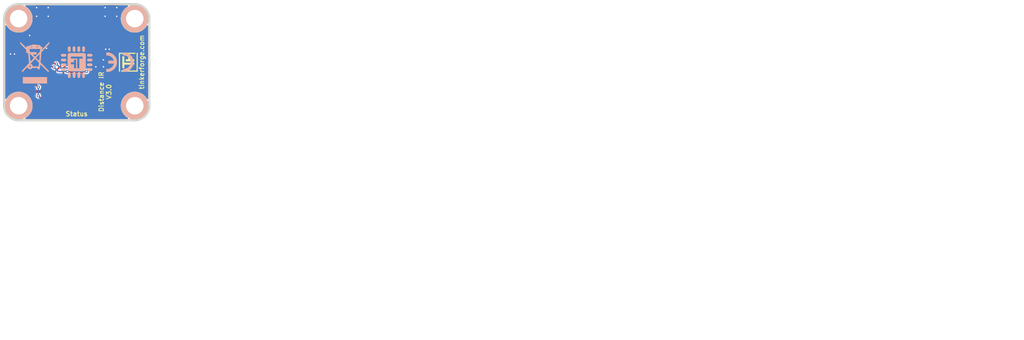
<source format=kicad_pcb>
(kicad_pcb (version 20221018) (generator pcbnew)
  (title_block (title "Distance IR Bricklet") (date "2020-06-22") (rev "3.0") (company "Tinkerforge GmbH") (comment 1 "Licensed under CERN OHL v.1.1") (comment 2 "Copyright (©) 2020, T.Schneidermann <tim@tinkerforge.com>"))
  (layers (0 "F.Cu" signal) (31 "B.Cu" signal) (34 "B.Paste" user) (35 "F.Paste" user) (36 "B.SilkS" user "B.Silkscreen") (37 "F.SilkS" user "F.Silkscreen") (38 "B.Mask" user) (39 "F.Mask" user) (44 "Edge.Cuts" user))
  (net 0 "")
  (net 1 "GND")
  (net 2 "SDA")
  (net 3 "SCL")
  (net 4 "VCC")
  (net 5 "Net-(C102-Pad2)")
  (net 6 "Net-(D101-Pad2)")
  (net 7 "+5V")
  (net 8 "Net-(P101-Pad4)")
  (net 9 "Net-(P101-Pad5)")
  (net 10 "Net-(P101-Pad6)")
  (net 11 "Net-(P102-Pad1)")
  (net 12 "Net-(P103-Pad2)")
  (net 13 "Net-(R101-Pad1)")
  (net 14 "XSHUT")
  (net 15 "Net-(RP1-Pad7)")
  (net 16 "Net-(RP1-Pad6)")
  (net 17 "GPIO")
  (net 18 "S-MISO")
  (net 19 "S-MOSI")
  (net 20 "S-CLK")
  (net 21 "S-CS")
  (net 22 "Net-(RP102-Pad6)")
  (net 23 "Net-(RP102-Pad7)")
  (net 24 "Net-(U1-Pad8)")
  (net 25 "Net-(U101-Pad4)")
  (net 26 "Net-(U101-Pad5)")
  (net 27 "Net-(U101-Pad6)")
  (net 28 "Net-(U101-Pad12)")
  (net 29 "Net-(U101-Pad13)")
  (net 30 "Net-(U101-Pad16)")
  (net 31 "Net-(U101-Pad18)")
  (net 32 "Net-(U101-Pad7)")
  (net 33 "Net-(U101-Pad8)")
  (net 34 "Net-(U101-Pad11)")
  (net 35 "Net-(U101-Pad15)")
  (footprint "kicad-libraries:C0603F" (layer "F.Cu") (at 114.6 109 -90)
    (fp_text reference "C1")
    (fp_text value "100nF")
    (pad "1" smd rect (at -0.75 0 270) (size 0.9 0.9) (layers "F.Cu" "F.Paste" "F.Mask") (net 4 "VCC"))
    (pad "2" smd rect (at 0.75 0 270) (size 0.9 0.9) (layers "F.Cu" "F.Paste" "F.Mask") (net 1 "GND"))
  )
  (footprint "kicad-libraries:C0805E" (layer "F.Cu") (at 116.179399 108.971501 -90)
    (fp_text reference "C2")
    (fp_text value "4,7uF")
    (pad "1" smd rect (at -0.95 0 270) (size 1.3 1.5) (layers "F.Cu" "F.Paste" "F.Mask") (net 4 "VCC") (clearance 0.14986))
    (pad "2" smd rect (at 0.95 0 270) (size 1.3 1.5) (layers "F.Cu" "F.Paste" "F.Mask") (net 1 "GND") (clearance 0.14986))
  )
  (footprint "kicad-libraries:C0402F" (layer "F.Cu") (at 108 107.1 90)
    (fp_text reference "C102")
    (fp_text value "220pF")
    (pad "1" smd rect (at -0.5 0 90) (size 0.6 0.7) (layers "F.Cu" "F.Paste" "F.Mask") (net 1 "GND"))
    (pad "2" smd rect (at 0.5 0 90) (size 0.6 0.7) (layers "F.Cu" "F.Paste" "F.Mask") (net 5 "Net-(C102-Pad2)"))
  )
  (footprint "kicad-libraries:C0603F" (layer "F.Cu") (at 101.5 110.1 90)
    (fp_text reference "C104")
    (fp_text value "100nF")
    (pad "1" smd rect (at -0.75 0 90) (size 0.9 0.9) (layers "F.Cu" "F.Paste" "F.Mask") (net 4 "VCC"))
    (pad "2" smd rect (at 0.75 0 90) (size 0.9 0.9) (layers "F.Cu" "F.Paste" "F.Mask") (net 1 "GND"))
  )
  (footprint "kicad-libraries:D0603F" (layer "F.Cu") (at 112.5 117.5 180)
    (fp_text reference "D101")
    (fp_text value "blue")
    (pad "1" smd rect (at -0.75 0 180) (size 0.9 0.9) (layers "F.Cu" "F.Paste" "F.Mask") (net 4 "VCC"))
    (pad "2" smd rect (at 0.75 0 180) (size 0.9 0.9) (layers "F.Cu" "F.Paste" "F.Mask") (net 6 "Net-(D101-Pad2)"))
  )
  (footprint "kicad-libraries:CON-SENSOR2" (layer "F.Cu") (at 112.5 100 180)
    (fp_text reference "P101")
    (fp_text value "CON-SENSOR2")
    (pad "1" smd rect (at -3.75 -4.6 180) (size 0.6 1.8) (layers "F.Cu" "F.Paste" "F.Mask") (net 7 "+5V"))
    (pad "2" smd rect (at -2.5 -4.6 180) (size 0.6 1.8) (layers "F.Cu" "F.Paste" "F.Mask") (net 1 "GND"))
    (pad "3" smd rect (at -1.25 -4.6 180) (size 0.6 1.8) (layers "F.Cu" "F.Paste" "F.Mask") (net 4 "VCC"))
    (pad "4" smd rect (at 0 -4.6 180) (size 0.6 1.8) (layers "F.Cu" "F.Paste" "F.Mask") (net 8 "Net-(P101-Pad4)"))
    (pad "5" smd rect (at 1.25 -4.6 180) (size 0.6 1.8) (layers "F.Cu" "F.Paste" "F.Mask") (net 9 "Net-(P101-Pad5)"))
    (pad "6" smd rect (at 2.5 -4.6 180) (size 0.6 1.8) (layers "F.Cu" "F.Paste" "F.Mask") (net 10 "Net-(P101-Pad6)"))
    (pad "7" smd rect (at 3.75 -4.6 180) (size 0.6 1.8) (layers "F.Cu" "F.Paste" "F.Mask") (net 5 "Net-(C102-Pad2)"))
    (pad "EP" smd rect (at -5.9 -1.2 180) (size 1.4 2.4) (layers "F.Cu" "F.Paste" "F.Mask") (net 1 "GND"))
    (pad "EP" smd rect (at 5.9 -1.2 180) (size 1.4 2.4) (layers "F.Cu" "F.Paste" "F.Mask") (net 1 "GND"))
  )
  (footprint "kicad-libraries:DEBUG_PAD" (layer "F.Cu") (at 106.1 106.4)
    (fp_text reference "P102")
    (fp_text value "DEBUG")
    (pad "1" smd circle (at 0 0) (size 0.7 0.7) (layers "F.Cu" "F.Paste" "F.Mask") (net 11 "Net-(P102-Pad1)"))
  )
  (footprint "kicad-libraries:SolderJumper" (layer "F.Cu") (at 104.4 106.4 -90)
    (fp_text reference "P103")
    (fp_text value "BOOT")
    (pad "1" smd rect (at -0.5 0 270) (size 0.4 1.4) (layers "F.Cu" "F.Mask") (net 1 "GND"))
    (pad "1" smd rect (at -0.225 -0.55 270) (size 0.95 0.3) (layers "F.Cu" "F.Mask") (net 1 "GND"))
    (pad "1" smd rect (at -0.225 0.55 270) (size 0.95 0.3) (layers "F.Cu" "F.Mask") (net 1 "GND"))
    (pad "2" smd rect (at 0.15 0 270) (size 0.6 0.5) (layers "F.Cu" "F.Mask") (net 12 "Net-(P103-Pad2)"))
    (pad "2" smd rect (at 0.55 0 270) (size 0.3 1.4) (layers "F.Cu" "F.Mask") (net 12 "Net-(P103-Pad2)"))
  )
  (footprint "kicad-libraries:R0603F" (layer "F.Cu") (at 109.5 117.5)
    (fp_text reference "R101")
    (fp_text value "1k")
    (pad "1" smd rect (at -0.75 0) (size 0.9 0.9) (layers "F.Cu" "F.Paste" "F.Mask") (net 13 "Net-(R101-Pad1)"))
    (pad "2" smd rect (at 0.75 0) (size 0.9 0.9) (layers "F.Cu" "F.Paste" "F.Mask") (net 6 "Net-(D101-Pad2)"))
  )
  (footprint "kicad-libraries:0603X4" (layer "F.Cu") (at 112.5 114.2 180)
    (fp_text reference "RP1")
    (fp_text value "10k")
    (pad "1" smd rect (at 1.19888 -0.8509 180) (size 0.44958 0.89916) (layers "F.Cu" "F.Paste" "F.Mask") (net 4 "VCC"))
    (pad "2" smd rect (at 0.39878 -0.8509 180) (size 0.44958 0.89916) (layers "F.Cu" "F.Paste" "F.Mask") (net 4 "VCC"))
    (pad "3" smd rect (at -0.39878 -0.8509 180) (size 0.44958 0.89916) (layers "F.Cu" "F.Paste" "F.Mask") (net 4 "VCC"))
    (pad "4" smd rect (at -1.19888 -0.8509 180) (size 0.44958 0.89916) (layers "F.Cu" "F.Paste" "F.Mask") (net 4 "VCC"))
    (pad "5" smd rect (at -1.19888 0.8509 180) (size 0.44958 0.89916) (layers "F.Cu" "F.Paste" "F.Mask") (net 14 "XSHUT"))
    (pad "6" smd rect (at -0.39878 0.8509 180) (size 0.44958 0.89916) (layers "F.Cu" "F.Paste" "F.Mask") (net 16 "Net-(RP1-Pad6)"))
    (pad "7" smd rect (at 0.39878 0.8509 180) (size 0.44958 0.89916) (layers "F.Cu" "F.Paste" "F.Mask") (net 15 "Net-(RP1-Pad7)"))
    (pad "8" smd rect (at 1.19888 0.8509 180) (size 0.44958 0.89916) (layers "F.Cu" "F.Paste" "F.Mask") (net 17 "GPIO"))
  )
  (footprint "kicad-libraries:4X0402" (layer "F.Cu") (at 109.6 107.1 180)
    (fp_text reference "RP101")
    (fp_text value "82")
    (pad "1" smd rect (at -0.7493 0.575) (size 0.29972 0.65) (layers "F.Cu" "F.Paste" "F.Mask") (net 8 "Net-(P101-Pad4)"))
    (pad "2" smd rect (at -0.24892 0.575) (size 0.29972 0.65) (layers "F.Cu" "F.Paste" "F.Mask") (net 9 "Net-(P101-Pad5)"))
    (pad "3" smd rect (at 0.24892 0.575) (size 0.29972 0.65) (layers "F.Cu" "F.Paste" "F.Mask") (net 10 "Net-(P101-Pad6)"))
    (pad "4" smd rect (at 0.7493 0.575) (size 0.29972 0.65) (layers "F.Cu" "F.Paste" "F.Mask") (net 5 "Net-(C102-Pad2)"))
    (pad "5" smd rect (at 0.7493 -0.575 180) (size 0.29972 0.65) (layers "F.Cu" "F.Paste" "F.Mask") (net 18 "S-MISO"))
    (pad "6" smd rect (at 0.24892 -0.575 180) (size 0.29972 0.65) (layers "F.Cu" "F.Paste" "F.Mask") (net 19 "S-MOSI"))
    (pad "7" smd rect (at -0.24892 -0.575 180) (size 0.29972 0.65) (layers "F.Cu" "F.Paste" "F.Mask") (net 20 "S-CLK"))
    (pad "8" smd rect (at -0.7493 -0.575 180) (size 0.29972 0.65) (layers "F.Cu" "F.Paste" "F.Mask") (net 21 "S-CS"))
  )
  (footprint "kicad-libraries:0603X4" (layer "F.Cu") (at 109 114.2 180)
    (fp_text reference "RP102")
    (fp_text value "3k9")
    (pad "1" smd rect (at 1.19888 -0.8509 180) (size 0.44958 0.89916) (layers "F.Cu" "F.Paste" "F.Mask") (net 4 "VCC"))
    (pad "2" smd rect (at 0.39878 -0.8509 180) (size 0.44958 0.89916) (layers "F.Cu" "F.Paste" "F.Mask") (net 4 "VCC"))
    (pad "3" smd rect (at -0.39878 -0.8509 180) (size 0.44958 0.89916) (layers "F.Cu" "F.Paste" "F.Mask") (net 4 "VCC"))
    (pad "4" smd rect (at -1.19888 -0.8509 180) (size 0.44958 0.89916) (layers "F.Cu" "F.Paste" "F.Mask") (net 4 "VCC"))
    (pad "5" smd rect (at -1.19888 0.8509 180) (size 0.44958 0.89916) (layers "F.Cu" "F.Paste" "F.Mask") (net 2 "SDA"))
    (pad "6" smd rect (at -0.39878 0.8509 180) (size 0.44958 0.89916) (layers "F.Cu" "F.Paste" "F.Mask") (net 22 "Net-(RP102-Pad6)"))
    (pad "7" smd rect (at 0.39878 0.8509 180) (size 0.44958 0.89916) (layers "F.Cu" "F.Paste" "F.Mask") (net 23 "Net-(RP102-Pad7)"))
    (pad "8" smd rect (at 1.19888 0.8509 180) (size 0.44958 0.89916) (layers "F.Cu" "F.Paste" "F.Mask") (net 3 "SCL"))
  )
  (footprint "kicad-libraries:QFN24-4x4mm-0.5mm" (layer "F.Cu") (at 104.9 110 -90)
    (fp_text reference "U101")
    (fp_text value "XMC1XXX")
    (pad "1" smd oval (at -2.025 -1.25 270) (size 1 0.3) (layers "F.Cu" "F.Paste" "F.Mask") (net 18 "S-MISO"))
    (pad "2" smd oval (at -2.025 -0.75 270) (size 1 0.3) (layers "F.Cu" "F.Paste" "F.Mask") (net 11 "Net-(P102-Pad1)"))
    (pad "3" smd oval (at -2.025 -0.25 270) (size 1 0.3) (layers "F.Cu" "F.Paste" "F.Mask") (net 12 "Net-(P103-Pad2)"))
    (pad "4" smd oval (at -2.025 0.25 270) (size 1 0.3) (layers "F.Cu" "F.Paste" "F.Mask") (net 25 "Net-(U101-Pad4)"))
    (pad "5" smd oval (at -2.025 0.75 270) (size 1 0.3) (layers "F.Cu" "F.Paste" "F.Mask") (net 26 "Net-(U101-Pad5)"))
    (pad "6" smd oval (at -2.025 1.25 270) (size 1 0.3) (layers "F.Cu" "F.Paste" "F.Mask") (net 27 "Net-(U101-Pad6)"))
    (pad "7" smd oval (at -1.25 2.025) (size 1 0.3) (layers "F.Cu" "F.Paste" "F.Mask") (net 32 "Net-(U101-Pad7)"))
    (pad "8" smd oval (at -0.75 2.025) (size 1 0.3) (layers "F.Cu" "F.Paste" "F.Mask") (net 33 "Net-(U101-Pad8)"))
    (pad "9" smd oval (at -0.25 2.025) (size 1 0.3) (layers "F.Cu" "F.Paste" "F.Mask") (net 1 "GND"))
    (pad "10" smd oval (at 0.25 2.025) (size 1 0.3) (layers "F.Cu" "F.Paste" "F.Mask") (net 4 "VCC"))
    (pad "11" smd oval (at 0.75 2.025) (size 1 0.3) (layers "F.Cu" "F.Paste" "F.Mask") (net 34 "Net-(U101-Pad11)"))
    (pad "12" smd oval (at 1.25 2.025) (size 1 0.3) (layers "F.Cu" "F.Paste" "F.Mask") (net 28 "Net-(U101-Pad12)"))
    (pad "13" smd oval (at 2.025 1.25 270) (size 1 0.3) (layers "F.Cu" "F.Paste" "F.Mask") (net 29 "Net-(U101-Pad13)"))
    (pad "14" smd oval (at 2.025 0.75 270) (size 1 0.3) (layers "F.Cu" "F.Paste" "F.Mask") (net 13 "Net-(R101-Pad1)"))
    (pad "15" smd oval (at 2.025 0.25 270) (size 1 0.3) (layers "F.Cu" "F.Paste" "F.Mask") (net 35 "Net-(U101-Pad15)"))
    (pad "16" smd oval (at 2.025 -0.25 270) (size 1 0.3) (layers "F.Cu" "F.Paste" "F.Mask") (net 30 "Net-(U101-Pad16)"))
    (pad "17" smd oval (at 2.025 -0.75 270) (size 1 0.3) (layers "F.Cu" "F.Paste" "F.Mask") (net 2 "SDA"))
    (pad "18" smd oval (at 2.025 -1.25 270) (size 1 0.3) (layers "F.Cu" "F.Paste" "F.Mask") (net 31 "Net-(U101-Pad18)"))
    (pad "19" smd oval (at 1.25 -2.025) (size 1 0.3) (layers "F.Cu" "F.Paste" "F.Mask") (net 3 "SCL"))
    (pad "20" smd oval (at 0.75 -2.025) (size 1 0.3) (layers "F.Cu" "F.Paste" "F.Mask") (net 17 "GPIO"))
    (pad "21" smd oval (at 0.25 -2.025) (size 1 0.3) (layers "F.Cu" "F.Paste" "F.Mask") (net 14 "XSHUT"))
    (pad "22" smd oval (at -0.25 -2.025) (size 1 0.3) (layers "F.Cu" "F.Paste" "F.Mask") (net 21 "S-CS"))
    (pad "23" smd oval (at -0.75 -2.025) (size 1 0.3) (layers "F.Cu" "F.Paste" "F.Mask") (net 20 "S-CLK"))
    (pad "24" smd oval (at -1.25 -2.025) (size 1 0.3) (layers "F.Cu" "F.Paste" "F.Mask") (net 19 "S-MOSI"))
    (pad "EXP" smd rect (at -0.65 -0.65 270) (size 1.3 1.3) (layers "F.Cu" "F.Paste" "F.Mask") (net 1 "GND"))
    (pad "EXP" smd rect (at -0.65 0.65 270) (size 1.3 1.3) (layers "F.Cu" "F.Paste" "F.Mask") (net 1 "GND"))
    (pad "EXP" smd rect (at 0.65 -0.65 270) (size 1.3 1.3) (layers "F.Cu" "F.Paste" "F.Mask") (net 1 "GND"))
    (pad "EXP" smd rect (at 0.65 0.65 270) (size 1.3 1.3) (layers "F.Cu" "F.Paste" "F.Mask") (net 1 "GND"))
  )
  (footprint "kicad-libraries:DRILL_NP" (layer "F.Cu") (at 102.5 117.5)
    (fp_text reference "U103" hide)
    (fp_text value "DRILL" hide)
    (pad "" np_thru_hole circle (at 0 0) (size 2.99974 2.99974) (drill 2.99974) (layers "*.Cu" "*.Mask" "F.SilkS") (clearance 0.89916))
  )
  (footprint "kicad-libraries:DRILL_NP" (layer "F.Cu") (at 122.5 102.5)
    (fp_text reference "U104" hide)
    (fp_text value "DRILL" hide)
    (pad "" np_thru_hole circle (at 0 0) (size 2.99974 2.99974) (drill 2.99974) (layers "*.Cu" "*.Mask" "F.SilkS") (clearance 0.89916))
  )
  (footprint "kicad-libraries:DRILL_NP" (layer "F.Cu") (at 122.5 117.5)
    (fp_text reference "U105" hide)
    (fp_text value "DRILL" hide)
    (pad "" np_thru_hole circle (at 0 0) (size 2.99974 2.99974) (drill 2.99974) (layers "*.Cu" "*.Mask" "F.SilkS") (clearance 0.89916))
  )
  (footprint "kicad-libraries:DRILL_NP" (layer "F.Cu") (at 102.5 102.5)
    (fp_text reference "U106" hide)
    (fp_text value "DRILL" hide)
    (pad "" np_thru_hole circle (at 0 0) (size 2.99974 2.99974) (drill 2.99974) (layers "*.Cu" "*.Mask" "F.SilkS") (clearance 0.89916))
  )
  (footprint "kicad-libraries:VL53L1" (layer "F.Cu") (at 112.5 110 90)
    (fp_text reference "U1")
    (fp_text value "VL53L1")
    (pad "1" smd rect (at 1.6 0.8 90) (size 0.5 0.5) (layers "F.Cu" "F.Paste" "F.Mask") (net 4 "VCC"))
    (pad "1" smd rect (at 1.89 0.675 90) (size 0.08 0.25) (layers "F.Cu" "F.Paste" "F.Mask") (net 4 "VCC"))
    (pad "2" smd rect (at 0.8 0.8 90) (size 0.5 0.5) (layers "F.Cu" "F.Paste" "F.Mask") (net 1 "GND"))
    (pad "3" smd rect (at 0 0.8 90) (size 0.5 0.5) (layers "F.Cu" "F.Paste" "F.Mask") (net 1 "GND"))
    (pad "4" smd rect (at -0.8 0.8 90) (size 0.5 0.5) (layers "F.Cu" "F.Paste" "F.Mask") (net 1 "GND"))
    (pad "5" smd rect (at -1.6 0.8 90) (size 0.5 0.5) (layers "F.Cu" "F.Paste" "F.Mask") (net 14 "XSHUT"))
    (pad "6" smd rect (at -1.6 0 90) (size 0.5 0.5) (layers "F.Cu" "F.Paste" "F.Mask") (net 1 "GND"))
    (pad "7" smd rect (at -1.6 -0.8 90) (size 0.5 0.5) (layers "F.Cu" "F.Paste" "F.Mask") (net 17 "GPIO"))
    (pad "8" smd rect (at -0.8 -0.8 90) (size 0.5 0.5) (layers "F.Cu" "F.Paste" "F.Mask") (net 24 "Net-(U1-Pad8)"))
    (pad "9" smd rect (at 0 -0.8 90) (size 0.5 0.5) (layers "F.Cu" "F.Paste" "F.Mask") (net 2 "SDA"))
    (pad "10" smd rect (at 0.8 -0.8 90) (size 0.5 0.5) (layers "F.Cu" "F.Paste" "F.Mask") (net 3 "SCL"))
    (pad "11" smd rect (at 1.6 -0.8 90) (size 0.5 0.5) (layers "F.Cu" "F.Paste" "F.Mask") (net 4 "VCC"))
    (pad "12" smd rect (at 1.6 0 90) (size 0.5 0.5) (layers "F.Cu" "F.Paste" "F.Mask") (net 1 "GND"))
  )
  (footprint "kicad-libraries:Logo_31x31" (layer "F.Cu") (at 121.4 110 90)
    (fp_text reference "G***" hide)
    (fp_text value "LOGO" hide)
  )
  (footprint "kicad-libraries:Fiducial_Mark" (layer "F.Cu") (at 102 107)
    (fp_text reference "Fiducial_Mark" hide)
    (fp_text value "VAL**" hide)
    (pad "1" smd circle (at 0 0) (size 1.00076 1.00076) (layers "F.Cu" "F.Paste" "F.Mask") (clearance 0.65024))
  )
  (footprint "kicad-libraries:Fiducial_Mark" (layer "F.Cu") (at 118.5 118.5)
    (fp_text reference "Fiducial_Mark" hide)
    (fp_text value "VAL**" hide)
    (pad "1" smd circle (at 0 0) (size 1.00076 1.00076) (layers "F.Cu" "F.Paste" "F.Mask") (clearance 0.65024))
  )
  (footprint "kicad-libraries:Fiducial_Mark" (layer "F.Cu") (at 122 107)
    (fp_text reference "Fiducial_Mark" hide)
    (fp_text value "VAL**" hide)
    (pad "1" smd circle (at 0 0) (size 1.00076 1.00076) (layers "F.Cu" "F.Paste" "F.Mask") (clearance 0.65024))
  )
  (footprint "tinkerforge:C0805E" (layer "F.Cu") (at 118.6 105.5)
    (fp_text reference "C101")
    (fp_text value "10uF")
    (pad "1" smd rect (at -0.95 0) (size 1.3 1.5) (layers "F.Cu" "F.Paste" "F.Mask") (net 1 "GND") (clearance 0.14986))
    (pad "2" smd rect (at 0.95 0) (size 1.3 1.5) (layers "F.Cu" "F.Paste" "F.Mask") (net 4 "VCC") (clearance 0.14986))
  )
  (footprint "tinkerforge:C0603F" (layer "F.Cu") (at 118.6 107)
    (fp_text reference "C103")
    (fp_text value "1uF")
    (pad "1" smd rect (at -0.75 0) (size 0.9 0.9) (layers "F.Cu" "F.Paste" "F.Mask") (net 1 "GND"))
    (pad "2" smd rect (at 0.75 0) (size 0.9 0.9) (layers "F.Cu" "F.Paste" "F.Mask") (net 4 "VCC"))
  )
  (footprint "kicad-libraries:CE_5mm" (layer "B.Cu") (at 119.9 110 180)
    (fp_text reference "VAL" hide)
    (fp_text value "CE_5mm" hide)
  )
  (footprint "kicad-libraries:Logo_CoMCU" (layer "B.Cu") (at 112.5 110 180)
    (fp_text reference "G***" hide)
    (fp_text value "LOGO" hide)
  )
  (footprint "kicad-libraries:WEEE_7mm" (layer "B.Cu") (at 105.3 110.1 180)
    (fp_text reference "VAL" hide)
    (fp_text value "WEEE_7mm" hide)
  )
  (gr_line (start 100 117.5) (end 100 102.5) (stroke (width 0.381)) (layer "Edge.Cuts"))
  (gr_arc (start 102.5 120) (mid 100.732233 119.267767) (end 100 117.5) (stroke (width 0.381)) (layer "Edge.Cuts"))
  (gr_arc (start 125 117.5) (mid 124.267767 119.267767) (end 122.5 120) (stroke (width 0.381)) (layer "Edge.Cuts"))
  (gr_arc (start 122.5 100) (mid 124.267767 100.732233) (end 125 102.5) (stroke (width 0.381)) (layer "Edge.Cuts"))
  (gr_line (start 102.5 100) (end 122.5 100) (stroke (width 0.381)) (layer "Edge.Cuts"))
  (gr_line (start 122.5 120) (end 102.5 120) (stroke (width 0.381)) (layer "Edge.Cuts"))
  (gr_line (start 125 102.5) (end 125 117.5) (stroke (width 0.381)) (layer "Edge.Cuts"))
  (gr_arc (start 100 102.5) (mid 100.732233 100.732233) (end 102.5 100) (stroke (width 0.381)) (layer "Edge.Cuts"))
  (gr_text "Distance IR\nV3.0" (at 117.4 115.1 90) (layer "F.SilkS") (effects (font (size 0.8 0.8))))
  (gr_text "Status" (at 112.5 118.9) (layer "F.SilkS") (effects (font (size 0.8 0.8))))
  (gr_text "tinkerforge.com" (at 123.7 110 90) (layer "F.SilkS") (effects (font (size 0.8 0.8))))
  (segment (start 104.004998 105.9) (end 104.4 105.9) (width 0.25) (layer "F.Cu") (net 1))
  (segment (start 101.8 108.6) (end 101.5 108.9) (width 0.5) (layer "F.Cu") (net 1))
  (segment (start 115 104.6) (end 115 105.8) (width 0.8) (layer "F.Cu") (net 1))
  (segment (start 116.221501 109.921501) (end 116.825001 110.525001) (width 0.5) (layer "F.Cu") (net 1))
  (segment (start 114.771501 109.921501) (end 114.6 109.75) (width 0.8) (layer "F.Cu") (net 1))
  (segment (start 117.85 107.44) (end 118.1 107.69) (width 0.5) (layer "F.Cu") (net 1))
  (segment (start 117.82499 107.44) (end 117.764999 107.499991) (width 0.5) (layer "F.Cu") (net 1))
  (segment (start 105.55 109.35) (end 105.55 110.65) (width 0.25) (layer "F.Cu") (net 1))
  (segment (start 118.1 107.8) (end 118.1 107.77499) (width 0.5) (layer "F.Cu") (net 1))
  (segment (start 115 105.8) (end 115.5 106.3) (width 0.8) (layer "F.Cu") (net 1))
  (segment (start 104.25 109.35) (end 105.55 109.35) (width 0.25) (layer "F.Cu") (net 1))
  (segment (start 101.5 109.35) (end 101.9 109.75) (width 0.25) (layer "F.Cu") (net 1))
  (segment (start 118.1 107.8) (end 118.07499 107.77499) (width 0.5) (layer "F.Cu") (net 1))
  (segment (start 116.503325 109.597575) (end 116.711092 109.597575) (width 0.5) (layer "F.Cu") (net 1))
  (segment (start 103.85 106.175) (end 103.85 106.054998) (width 0.25) (layer "F.Cu") (net 1))
  (segment (start 115.5 106.3) (end 116.740002 106.3) (width 0.8) (layer "F.Cu") (net 1))
  (segment (start 101.1 108.6) (end 101.1 108.95) (width 0.5) (layer "F.Cu") (net 1))
  (segment (start 117.59924 106.94924) (end 117.85 107.2) (width 0.8) (layer "F.Cu") (net 1))
  (segment (start 117.85 107.44) (end 117.82499 107.44) (width 0.5) (layer "F.Cu") (net 1))
  (segment (start 103.85 109.75) (end 104.25 109.35) (width 0.25) (layer "F.Cu") (net 1))
  (segment (start 118.07499 107.77499) (end 117.878908 107.77499) (width 0.5) (layer "F.Cu") (net 1))
  (segment (start 117.540002 105.5) (end 117.59924 105.5) (width 0.8) (layer "F.Cu") (net 1))
  (segment (start 115.8 110.3009) (end 115.8 110.411092) (width 0.5) (layer "F.Cu") (net 1))
  (segment (start 116.740002 106.3) (end 117.540002 105.5) (width 0.8) (layer "F.Cu") (net 1))
  (segment (start 117.59924 105.5) (end 117.59924 106.94924) (width 0.8) (layer "F.Cu") (net 1))
  (segment (start 117.85 107.2) (end 117.85 107.44) (width 0.5) (layer "F.Cu") (net 1))
  (segment (start 104.4 105.9) (end 104.795002 105.9) (width 0.25) (layer "F.Cu") (net 1))
  (segment (start 117.59924 106.94924) (end 117.49 107.05848) (width 0.5) (layer "F.Cu") (net 1))
  (segment (start 101.1 108.95) (end 101.5 109.35) (width 0.5) (layer "F.Cu") (net 1))
  (segment (start 117.49 107.386082) (end 117.49 107.77499) (width 0.5) (layer "F.Cu") (net 1))
  (segment (start 105.55 110.65) (end 104.25 110.65) (width 0.25) (layer "F.Cu") (net 1))
  (segment (start 101.8 108.6) (end 101.8 109.05) (width 0.5) (layer "F.Cu") (net 1))
  (segment (start 116.825001 110.525001) (end 117.1 110.8) (width 0.5) (layer "F.Cu") (net 1))
  (segment (start 116.179399 109.921501) (end 116.221501 109.921501) (width 0.5) (layer "F.Cu") (net 1))
  (segment (start 116.711092 109.597575) (end 117.1 109.597575) (width 0.5) (layer "F.Cu") (net 1))
  (segment (start 104.4 105.9) (end 104.4 105.4) (width 0.25) (layer "F.Cu") (net 1))
  (segment (start 101.9 109.75) (end 102.875 109.75) (width 0.25) (layer "F.Cu") (net 1))
  (segment (start 116.179399 109.921501) (end 114.771501 109.921501) (width 0.8) (layer "F.Cu") (net 1))
  (segment (start 117.878908 107.77499) (end 117.49 107.77499) (width 0.5) (layer "F.Cu") (net 1))
  (segment (start 104.95 106.054998) (end 104.95 106.175) (width 0.25) (layer "F.Cu") (net 1))
  (segment (start 101.8 109.05) (end 101.5 109.35) (width 0.5) (layer "F.Cu") (net 1))
  (segment (start 108 107.6) (end 107.300006 107.6) (width 0.25) (layer "F.Cu") (net 1))
  (segment (start 115.8 110.411092) (end 115.8 110.8) (width 0.5) (layer "F.Cu") (net 1))
  (segment (start 103.85 106.054998) (end 104.004998 105.9) (width 0.25) (layer "F.Cu") (net 1))
  (segment (start 118.1 107.69) (end 118.1 107.8) (width 0.5) (layer "F.Cu") (net 1))
  (segment (start 104.795002 105.9) (end 104.95 106.054998) (width 0.25) (layer "F.Cu") (net 1))
  (segment (start 117.49 107.05848) (end 117.49 107.386082) (width 0.5) (layer "F.Cu") (net 1))
  (segment (start 101.1 108.6) (end 101.8 108.6) (width 0.5) (layer "F.Cu") (net 1))
  (segment (start 102.875 109.75) (end 103.85 109.75) (width 0.25) (layer "F.Cu") (net 1))
  (segment (start 116.179399 109.921501) (end 115.8 110.3009) (width 0.5) (layer "F.Cu") (net 1))
  (segment (start 117.764999 107.499991) (end 117.49 107.77499) (width 0.5) (layer "F.Cu") (net 1))
  (segment (start 116.179399 109.921501) (end 116.503325 109.597575) (width 0.5) (layer "F.Cu") (net 1))
  (via (at 117.4 100.6) (size 0.55) (drill 0.25) (layers "F.Cu" "B.Cu") (net 1))
  (via (at 119.4 102.1) (size 0.55) (drill 0.25) (layers "F.Cu" "B.Cu") (net 1))
  (via (at 119.4 100.6) (size 0.55) (drill 0.25) (layers "F.Cu" "B.Cu") (net 1))
  (via (at 117.4 102.1) (size 0.55) (drill 0.25) (layers "F.Cu" "B.Cu") (net 1))
  (via (at 118.1 107.77499) (size 0.55) (drill 0.25) (layers "F.Cu" "B.Cu") (net 1))
  (via (at 101.8 108.6) (size 0.55) (drill 0.25) (layers "F.Cu" "B.Cu") (net 1))
  (via (at 104.4 105.4) (size 0.55) (drill 0.25) (layers "F.Cu" "B.Cu") (net 1))
  (via (at 107.6 100.6) (size 0.55) (drill 0.25) (layers "F.Cu" "B.Cu") (net 1))
  (via (at 117.1 110.8) (size 0.55) (drill 0.25) (layers "F.Cu" "B.Cu") (net 1))
  (via (at 107.6 102.1) (size 0.55) (drill 0.25) (layers "F.Cu" "B.Cu") (net 1))
  (via (at 107.300006 107.6) (size 0.55) (drill 0.25) (layers "F.Cu" "B.Cu") (net 1))
  (via (at 101.1 108.6) (size 0.55) (drill 0.25) (layers "F.Cu" "B.Cu") (net 1))
  (via (at 105.6 102.1) (size 0.55) (drill 0.25) (layers "F.Cu" "B.Cu") (net 1))
  (via (at 105.6 100.6) (size 0.55) (drill 0.25) (layers "F.Cu" "B.Cu") (net 1))
  (via (at 115.8 110.8) (size 0.55) (drill 0.25) (layers "F.Cu" "B.Cu") (net 1))
  (via (at 117.49 107.77499) (size 0.55) (drill 0.25) (layers "F.Cu" "B.Cu") (net 1))
  (via (at 117.1 109.597575) (size 0.55) (drill 0.25) (layers "F.Cu" "B.Cu") (net 1))
  (segment (start 110.19888 113.3491) (end 110.19888 111.00112) (width 0.25) (layer "F.Cu") (net 2))
  (segment (start 110.19888 111.00112) (end 111.2 110) (width 0.25) (layer "F.Cu") (net 2))
  (segment (start 110.19888 113.3491) (end 110.19888 114.04868) (width 0.25) (layer "F.Cu") (net 2))
  (segment (start 110.04756 114.2) (end 107.075 114.2) (width 0.25) (layer "F.Cu") (net 2))
  (segment (start 111.2 110) (end 111.7 110) (width 0.25) (layer "F.Cu") (net 2))
  (segment (start 107.075 114.2) (end 105.65 112.775) (width 0.25) (layer "F.Cu") (net 2))
  (segment (start 105.65 112.775) (end 105.65 112.025) (width 0.25) (layer "F.Cu") (net 2))
  (segment (start 110.19888 114.04868) (end 110.04756 114.2) (width 0.25) (layer "F.Cu") (net 2))
  (segment (start 107.80112 113.3491) (end 107.80112 112.59888) (width 0.25) (layer "F.Cu") (net 3))
  (segment (start 111.2 109.2) (end 111.7 109.2) (width 0.25) (layer "F.Cu") (net 3))
  (segment (start 107.80112 112.59888) (end 111.2 109.2) (width 0.25) (layer "F.Cu") (net 3))
  (segment (start 106.925 111.725) (end 107.80112 112.60112) (width 0.25) (layer "F.Cu") (net 3))
  (segment (start 107.80112 112.60112) (end 107.80112 113.3491) (width 0.25) (layer "F.Cu") (net 3))
  (segment (start 106.925 111.25) (end 106.925 111.725) (width 0.25) (layer "F.Cu") (net 3))
  (segment (start 114.399998 103.01) (end 118.3356 103.01) (width 0.8) (layer "F.Cu") (net 4))
  (segment (start 113.25 117.5) (end 113.7 117.5) (width 0.25) (layer "F.Cu") (net 4))
  (segment (start 119.35 107.95) (end 119.5 108.1) (width 0.5) (layer "F.Cu") (net 4))
  (segment (start 101.5 111.8) (end 101.5 110.85) (width 0.5) (layer "F.Cu") (net 4))
  (segment (start 119.60076 104.27516) (end 119.60076 105.5) (width 0.8) (layer "F.Cu") (net 4))
  (segment (start 119.5 108.1) (end 119.5 111.5) (width 0.5) (layer "F.Cu") (net 4))
  (segment (start 116.179399 108.021501) (end 116.879398 108.7215) (width 0.8) (layer "F.Cu") (net 4))
  (segment (start 102.1 110.25) (end 102.875 110.25) (width 0.25) (layer "F.Cu") (net 4))
  (segment (start 118.5785 108.7215) (end 119.35 107.95) (width 0.8) (layer "F.Cu") (net 4))
  (segment (start 113.75 103.659998) (end 114.399998 103.01) (width 0.8) (layer "F.Cu") (net 4))
  (segment (start 118.3356 103.01) (end 119.60076 104.27516) (width 0.8) (layer "F.Cu") (net 4))
  (segment (start 119.35 107.95) (end 119.35 107) (width 0.8) (layer "F.Cu") (net 4))
  (segment (start 113.7 117.5) (end 115.9491 115.2509) (width 0.25) (layer "F.Cu") (net 4))
  (segment (start 116.879398 108.7215) (end 118.5785 108.7215) (width 0.8) (layer "F.Cu") (net 4))
  (segment (start 114.828499 108.021501) (end 114.6 108.25) (width 0.8) (layer "F.Cu") (net 4))
  (segment (start 113.75 104.6) (end 113.75 103.659998) (width 0.8) (layer "F.Cu") (net 4))
  (segment (start 104.7509 115.0509) (end 101.5 111.8) (width 0.5) (layer "F.Cu") (net 4))
  (segment (start 115.9491 115.0509) (end 107.80112 115.0509) (width 0.5) (layer "F.Cu") (net 4))
  (segment (start 119.60076 105.5) (end 119.60076 106.74924) (width 0.8) (layer "F.Cu") (net 4))
  (segment (start 107.80112 115.0509) (end 104.7509 115.0509) (width 0.5) (layer "F.Cu") (net 4))
  (segment (start 115.9491 115.2509) (end 115.9491 115.0509) (width 0.25) (layer "F.Cu") (net 4))
  (segment (start 119.60076 106.74924) (end 119.35 107) (width 0.8) (layer "F.Cu") (net 4))
  (segment (start 101.5 110.85) (end 102.1 110.25) (width 0.25) (layer "F.Cu") (net 4))
  (segment (start 116.179399 108.021501) (end 114.828499 108.021501) (width 0.8) (layer "F.Cu") (net 4))
  (segment (start 119.5 111.5) (end 115.9491 115.0509) (width 0.5) (layer "F.Cu") (net 4))
  (segment (start 108.7757 106.6) (end 108.8507 106.525) (width 0.25) (layer "F.Cu") (net 5))
  (segment (start 108.8507 104.7007) (end 108.75 104.6) (width 0.2) (layer "F.Cu") (net 5))
  (segment (start 108.8507 106.525) (end 108.8507 104.7007) (width 0.2) (layer "F.Cu") (net 5))
  (segment (start 108 106.6) (end 108.7757 106.6) (width 0.25) (layer "F.Cu") (net 5))
  (segment (start 111.75 117.5) (end 110.25 117.5) (width 0.25) (layer "F.Cu") (net 6))
  (segment (start 112.5 105.7) (end 112.5 104.6) (width 0.2) (layer "F.Cu") (net 8))
  (segment (start 110.3493 106.525) (end 111.675 106.525) (width 0.2) (layer "F.Cu") (net 8))
  (segment (start 111.675 106.525) (end 112.5 105.7) (width 0.2) (layer "F.Cu") (net 8))
  (segment (start 110.04892 105.8) (end 111.1 105.8) (width 0.2) (layer "F.Cu") (net 9))
  (segment (start 111.1 105.8) (end 111.25 105.65) (width 0.2) (layer "F.Cu") (net 9))
  (segment (start 111.25 105.65) (end 111.25 104.6) (width 0.2) (layer "F.Cu") (net 9))
  (segment (start 109.84892 106) (end 110.04892 105.8) (width 0.2) (layer "F.Cu") (net 9))
  (segment (start 109.84892 106.525) (end 109.84892 106) (width 0.2) (layer "F.Cu") (net 9))
  (segment (start 110 105.1) (end 110 104.6) (width 0.2) (layer "F.Cu") (net 10))
  (segment (start 109.35108 105.74892) (end 110 105.1) (width 0.2) (layer "F.Cu") (net 10))
  (segment (start 109.35108 106.525) (end 109.35108 105.74892) (width 0.2) (layer "F.Cu") (net 10))
  (segment (start 105.65 106.85) (end 105.65 107.975) (width 0.25) (layer "F.Cu") (net 11))
  (segment (start 106.1 106.4) (end 105.65 106.85) (width 0.25) (layer "F.Cu") (net 11))
  (segment (start 105.15 107.25) (end 105.15 107.975) (width 0.25) (layer "F.Cu") (net 12))
  (segment (start 104.524999 106.624999) (end 104.524999 106.870001) (width 0.25) (layer "F.Cu") (net 12))
  (segment (start 104.524999 106.870001) (end 104.579999 106.925001) (width 0.25) (layer "F.Cu") (net 12))
  (segment (start 104.45 106.55) (end 104.524999 106.624999) (width 0.25) (layer "F.Cu") (net 12))
  (segment (start 104.4 106.55) (end 104.45 106.55) (width 0.25) (layer "F.Cu") (net 12))
  (segment (start 104.4 106.55) (end 104.4 106.95) (width 0.25) (layer "F.Cu") (net 12))
  (segment (start 104.579999 106.925001) (end 104.825001 106.925001) (width 0.25) (layer "F.Cu") (net 12))
  (segment (start 104.825001 106.925001) (end 105.15 107.25) (width 0.25) (layer "F.Cu") (net 12))
  (segment (start 104.15 112.55) (end 104.15 112.025) (width 0.25) (layer "F.Cu") (net 13))
  (segment (start 108.75 117.5) (end 107.6 117.5) (width 0.25) (layer "F.Cu") (net 13))
  (segment (start 107.6 117.5) (end 105.9 115.8) (width 0.25) (layer "F.Cu") (net 13))
  (segment (start 105.9 114.3) (end 104.15 112.55) (width 0.25) (layer "F.Cu") (net 13))
  (via (at 105.9 115.8) (size 0.55) (drill 0.25) (layers "F.Cu" "B.Cu") (net 13))
  (via (at 105.9 114.3) (size 0.55) (drill 0.25) (layers "F.Cu" "B.Cu") (net 13))
  (segment (start 105.9 115.8) (end 105.9 114.3) (width 0.25) (layer "B.Cu") (net 13))
  (segment (start 113.3 111.6) (end 114.2 111.6) (width 0.25) (layer "F.Cu") (net 14))
  (segment (start 108.95 110.25) (end 109 110.3) (width 0.25) (layer "F.Cu") (net 14))
  (segment (start 113.69888 113.3491) (end 113.69888 111.99888) (width 0.25) (layer "F.Cu") (net 14))
  (segment (start 106.925 110.25) (end 108.95 110.25) (width 0.25) (layer "F.Cu") (net 14))
  (segment (start 113.69888 111.99888) (end 113.3 111.6) (width 0.25) (layer "F.Cu") (net 14))
  (via (at 109 110.3) (size 0.55) (drill 0.25) (layers "F.Cu" "B.Cu") (net 14))
  (via (at 114.2 111.6) (size 0.55) (drill 0.25) (layers "F.Cu" "B.Cu") (net 14))
  (segment (start 111.7 111.6) (end 111.1 111) (width 0.25) (layer "B.Cu") (net 14))
  (segment (start 114.2 111.6) (end 111.7 111.6) (width 0.25) (layer "B.Cu") (net 14))
  (segment (start 111.1 111) (end 109.7 111) (width 0.25) (layer "B.Cu") (net 14))
  (segment (start 109.7 111) (end 109 110.3) (width 0.25) (layer "B.Cu") (net 14))
  (segment (start 106.925 110.75) (end 108.466089 110.75) (width 0.25) (layer "F.Cu") (net 17))
  (segment (start 111.30112 113.3491) (end 111.30112 111.99888) (width 0.25) (layer "F.Cu") (net 17))
  (segment (start 111.7 111.6) (end 110.9 111.6) (width 0.25) (layer "F.Cu") (net 17))
  (segment (start 108.466089 110.75) (end 108.562706 110.846617) (width 0.25) (layer "F.Cu") (net 17))
  (segment (start 111.30112 111.99888) (end 111.7 111.6) (width 0.25) (layer "F.Cu") (net 17))
  (via (at 110.9 111.6) (size 0.55) (drill 0.25) (layers "F.Cu" "B.Cu") (net 17))
  (via (at 108.562706 110.846617) (size 0.55) (drill 0.25) (layers "F.Cu" "B.Cu") (net 17))
  (segment (start 110.9 111.6) (end 109.316089 111.6) (width 0.25) (layer "B.Cu") (net 17))
  (segment (start 109.316089 111.6) (end 108.562706 110.846617) (width 0.25) (layer "B.Cu") (net 17))
  (segment (start 108.8507 107.675) (end 108.8507 108.0493) (width 0.2) (layer "F.Cu") (net 18))
  (segment (start 108.8507 108.0493) (end 108.6 108.3) (width 0.2) (layer "F.Cu") (net 18))
  (segment (start 106.5 107.975) (end 106.15 107.975) (width 0.2) (layer "F.Cu") (net 18))
  (segment (start 108.6 108.3) (end 106.825 108.3) (width 0.2) (layer "F.Cu") (net 18))
  (segment (start 106.825 108.3) (end 106.5 107.975) (width 0.2) (layer "F.Cu") (net 18))
  (segment (start 108.80108 108.75) (end 107.625 108.75) (width 0.2) (layer "F.Cu") (net 19))
  (segment (start 109.35108 107.675) (end 109.35108 108.2) (width 0.2) (layer "F.Cu") (net 19))
  (segment (start 109.35108 108.2) (end 108.80108 108.75) (width 0.2) (layer "F.Cu") (net 19))
  (segment (start 107.625 108.75) (end 106.925 108.75) (width 0.2) (layer "F.Cu") (net 19))
  (segment (start 108.95 109.25) (end 107.625 109.25) (width 0.2) (layer "F.Cu") (net 20))
  (segment (start 109.84892 107.675) (end 109.84892 108.35108) (width 0.2) (layer "F.Cu") (net 20))
  (segment (start 107.625 109.25) (end 106.925 109.25) (width 0.2) (layer "F.Cu") (net 20))
  (segment (start 109.84892 108.35108) (end 108.95 109.25) (width 0.2) (layer "F.Cu") (net 20))
  (segment (start 110.3493 108.5507) (end 109.15 109.75) (width 0.2) (layer "F.Cu") (net 21))
  (segment (start 110.3493 107.675) (end 110.3493 108.5507) (width 0.2) (layer "F.Cu") (net 21))
  (segment (start 109.15 109.75) (end 107.625 109.75) (width 0.2) (layer "F.Cu") (net 21))
  (segment (start 107.625 109.75) (end 106.925 109.75) (width 0.2) (layer "F.Cu") (net 21))
  (zone (net 1) (net_name "GND") (layer "F.Cu") (connect_pads yes (clearance 0.2)) (min_thickness 0.254) (fill yes (thermal_gap 0.508) (thermal_bridge_width 0.508))
    (polygon (pts (xy 119.7 102.5) (xy 117.1 102.5) (xy 117.1 100) (xy 119.7 100)))
  )
  (zone (net 1) (net_name "GND") (layer "F.Cu") (connect_pads yes (clearance 0.2)) (min_thickness 0.254) (fill yes (thermal_gap 0.508) (thermal_bridge_width 0.508))
    (polygon (pts (xy 107.9 102.5) (xy 105.3 102.5) (xy 105.3 100) (xy 107.9 100)))
  )
  (zone (net 1) (net_name "GND") (layer "F.Cu") (connect_pads yes (clearance 0.2)) (min_thickness 0.254) (fill yes (thermal_gap 0.508) (thermal_bridge_width 0.508))
    (polygon (pts (xy 117.4 111.1) (xy 115.4 111.1) (xy 115.4 109.3) (xy 117.4 109.3)))
  )
  (zone (net 4) (net_name "VCC") (layer "F.Cu") (connect_pads yes (clearance 0.2)) (min_thickness 0.254) (fill yes (thermal_gap 0.508) (thermal_bridge_width 0.508))
    (polygon (pts (xy 115.05 108.7) (xy 114.15 108.7) (xy 113.55 108.65) (xy 113.05 108.65) (xy 113.05 108.15) (xy 112.855 107.84) (xy 112.165 107.84) (xy 111.95 108.15) (xy 111.95 108.65) (xy 111.45 108.65) (xy 111.45 108.18) (xy 111.46 107.37) (xy 115.05 107.37)))
  )
  (zone (net 1) (net_name "GND") (layer "F.Cu") (connect_pads yes (clearance 0.2)) (min_thickness 0.254) (fill yes (thermal_gap 0.508) (thermal_bridge_width 0.508))
    (polygon (pts (xy 112.75 108.95) (xy 113.56 108.95) (xy 113.94 109.3) (xy 115.05 109.3) (xy 115.06 110.2) (xy 114.42 110.2) (xy 113.55 111.05) (xy 113.06 111.05) (xy 112.75 111.05) (xy 112.75 111.85) (xy 112.25 111.85) (xy 112.25 108.15) (xy 112.75 108.15)))
  )
  (zone (net 1) (net_name "GND") (layer "B.Cu") (connect_pads (clearance 0.2)) (min_thickness 0.254) (fill yes (thermal_gap 0.508) (thermal_bridge_width 0.508))
    (polygon (pts (xy 125 120) (xy 100 120) (xy 100 100) (xy 125 100)))
  )
)
</source>
